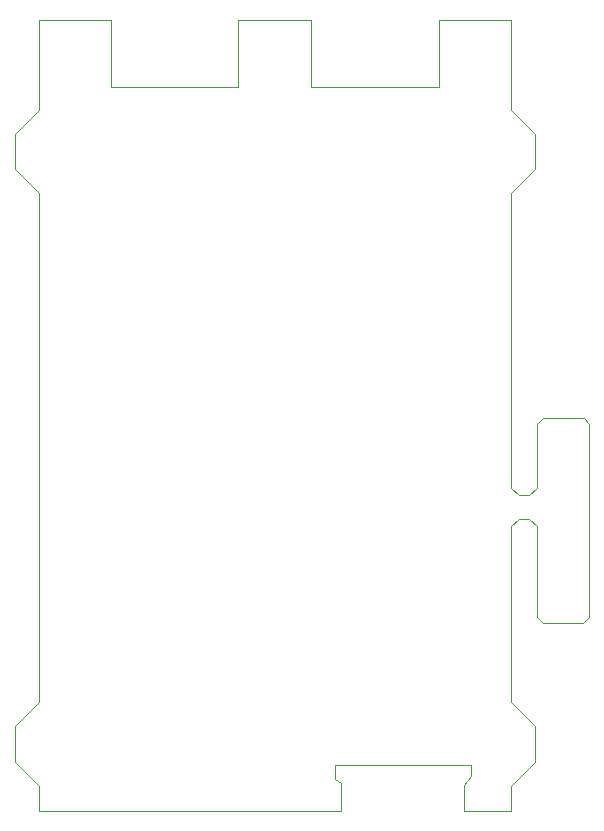
<source format=gm1>
G04 #@! TF.GenerationSoftware,KiCad,Pcbnew,(6.0.8)*
G04 #@! TF.CreationDate,2023-12-02T01:29:22+01:00*
G04 #@! TF.ProjectId,lamp_devboard,6c616d70-5f64-4657-9662-6f6172642e6b,rev?*
G04 #@! TF.SameCoordinates,Original*
G04 #@! TF.FileFunction,Profile,NP*
%FSLAX46Y46*%
G04 Gerber Fmt 4.6, Leading zero omitted, Abs format (unit mm)*
G04 Created by KiCad (PCBNEW (6.0.8)) date 2023-12-02 01:29:22*
%MOMM*%
%LPD*%
G01*
G04 APERTURE LIST*
G04 #@! TA.AperFunction,Profile*
%ADD10C,0.100000*%
G04 #@! TD*
G04 APERTURE END LIST*
D10*
X46100000Y-58100000D02*
X56900000Y-58100000D01*
X56900000Y-52500000D01*
X63100000Y-52500000D01*
X63100000Y-58100000D01*
X73900000Y-58100000D01*
X73900000Y-52500000D01*
X80000000Y-52500000D01*
X80000000Y-60100000D01*
X82000000Y-62100000D01*
X82000000Y-65100000D01*
X80000000Y-67100000D01*
X80000000Y-92100000D01*
X80700000Y-92700000D01*
X81500000Y-92700000D01*
X82200000Y-92100000D01*
X82200000Y-86700000D01*
X82700000Y-86200000D01*
X86200000Y-86200000D01*
X86600000Y-86700000D01*
X86600000Y-103000000D01*
X86100000Y-103500000D01*
X82700000Y-103500000D01*
X82200000Y-103000000D01*
X82200000Y-95300000D01*
X81500000Y-94700000D01*
X80700000Y-94700000D01*
X80000000Y-95300000D01*
X80000000Y-110200000D01*
X82000000Y-112200000D01*
X82000000Y-115300000D01*
X80000000Y-117300000D01*
X80000000Y-119400000D01*
X76000000Y-119400000D01*
X76000000Y-117200000D01*
X76600000Y-116500000D01*
X76600000Y-115550000D01*
X65100000Y-115550000D01*
X65100000Y-116700000D01*
X65600000Y-117100000D01*
X65600000Y-119400000D01*
X40000000Y-119400000D01*
X40000000Y-117300000D01*
X38000000Y-115300000D01*
X38000000Y-112200000D01*
X40000000Y-110200000D01*
X40000000Y-67100000D01*
X38000000Y-65100000D01*
X38000000Y-62100000D01*
X40000000Y-60100000D01*
X40000000Y-52500000D01*
X46100000Y-52500000D01*
X46100000Y-58100000D01*
M02*

</source>
